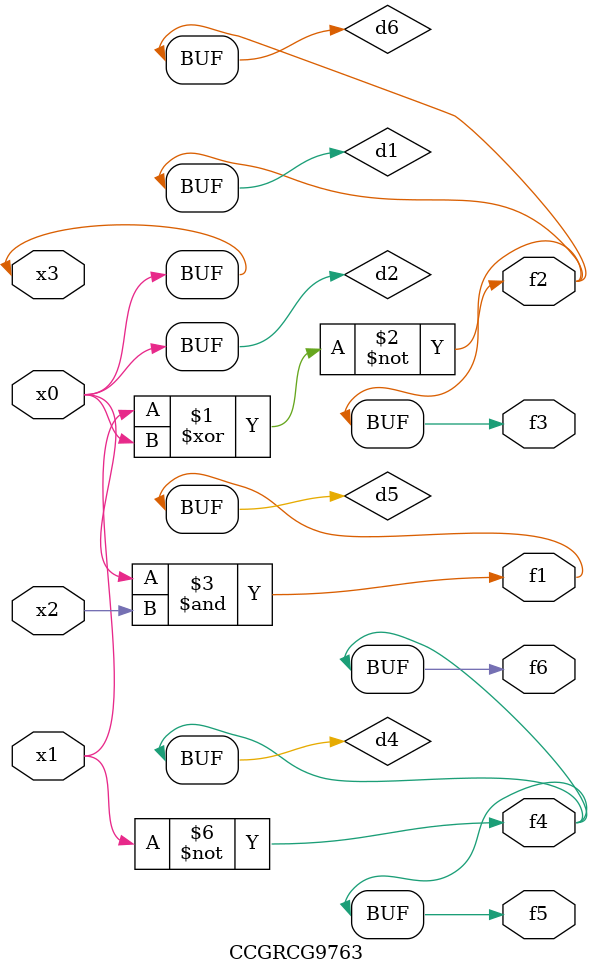
<source format=v>
module CCGRCG9763(
	input x0, x1, x2, x3,
	output f1, f2, f3, f4, f5, f6
);

	wire d1, d2, d3, d4, d5, d6;

	xnor (d1, x1, x3);
	buf (d2, x0, x3);
	nand (d3, x0, x2);
	not (d4, x1);
	nand (d5, d3);
	or (d6, d1);
	assign f1 = d5;
	assign f2 = d6;
	assign f3 = d6;
	assign f4 = d4;
	assign f5 = d4;
	assign f6 = d4;
endmodule

</source>
